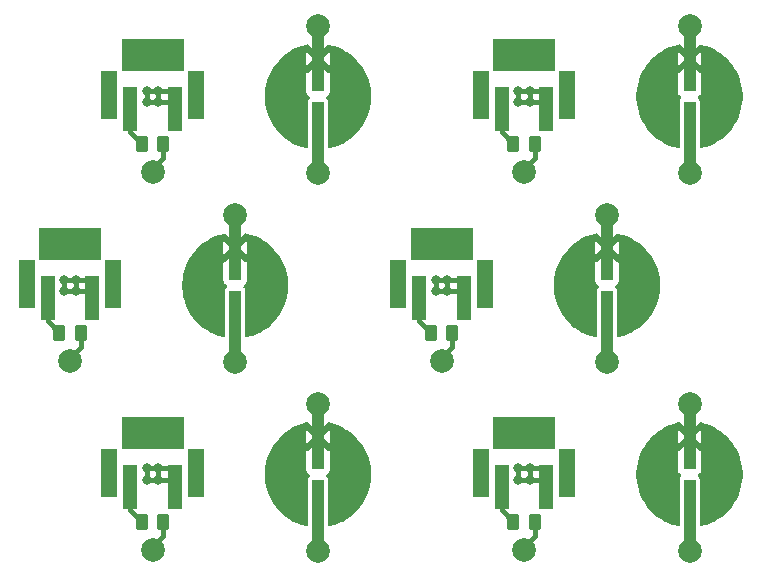
<source format=gbr>
%TF.GenerationSoftware,KiCad,Pcbnew,9.0.2*%
%TF.CreationDate,2025-08-05T01:23:02+01:00*%
%TF.ProjectId,led_jewellery,6c65645f-6a65-4776-956c-6c6572792e6b,rev?*%
%TF.SameCoordinates,Original*%
%TF.FileFunction,Copper,L1,Top*%
%TF.FilePolarity,Positive*%
%FSLAX46Y46*%
G04 Gerber Fmt 4.6, Leading zero omitted, Abs format (unit mm)*
G04 Created by KiCad (PCBNEW 9.0.2) date 2025-08-05 01:23:02*
%MOMM*%
%LPD*%
G01*
G04 APERTURE LIST*
G04 Aperture macros list*
%AMRoundRect*
0 Rectangle with rounded corners*
0 $1 Rounding radius*
0 $2 $3 $4 $5 $6 $7 $8 $9 X,Y pos of 4 corners*
0 Add a 4 corners polygon primitive as box body*
4,1,4,$2,$3,$4,$5,$6,$7,$8,$9,$2,$3,0*
0 Add four circle primitives for the rounded corners*
1,1,$1+$1,$2,$3*
1,1,$1+$1,$4,$5*
1,1,$1+$1,$6,$7*
1,1,$1+$1,$8,$9*
0 Add four rect primitives between the rounded corners*
20,1,$1+$1,$2,$3,$4,$5,0*
20,1,$1+$1,$4,$5,$6,$7,0*
20,1,$1+$1,$6,$7,$8,$9,0*
20,1,$1+$1,$8,$9,$2,$3,0*%
G04 Aperture macros list end*
%TA.AperFunction,SMDPad,CuDef*%
%ADD10R,1.205000X3.760000*%
%TD*%
%TA.AperFunction,SMDPad,CuDef*%
%ADD11R,1.460000X4.190000*%
%TD*%
%TA.AperFunction,SMDPad,CuDef*%
%ADD12R,5.330000X2.790000*%
%TD*%
%TA.AperFunction,SMDPad,CuDef*%
%ADD13R,1.000000X5.500000*%
%TD*%
%TA.AperFunction,SMDPad,CuDef*%
%ADD14RoundRect,0.250000X-0.262500X-0.450000X0.262500X-0.450000X0.262500X0.450000X-0.262500X0.450000X0*%
%TD*%
%TA.AperFunction,ViaPad*%
%ADD15C,2.000000*%
%TD*%
%TA.AperFunction,ViaPad*%
%ADD16C,0.800000*%
%TD*%
%TA.AperFunction,Conductor*%
%ADD17C,0.400000*%
%TD*%
%TA.AperFunction,Conductor*%
%ADD18C,0.200000*%
%TD*%
G04 APERTURE END LIST*
D10*
%TO.P,SW6,1,A*%
%TO.N,/BAT+*%
X130870296Y-114953462D03*
%TO.P,SW6,2,B*%
%TO.N,Net-(SW1-B)*%
X127125296Y-114953462D03*
D11*
%TO.P,SW6,MP*%
%TO.N,N/C*%
X132647796Y-113773462D03*
D12*
X128997796Y-110358462D03*
D11*
X125347796Y-113773462D03*
%TD*%
D13*
%TO.P,D1,1,K*%
%TO.N,/BAT-*%
X104533871Y-94698773D03*
%TO.P,D1,2,A*%
%TO.N,/LED+*%
X104533871Y-101098773D03*
%TD*%
%TO.P,D1,1,K*%
%TO.N,/BAT-*%
X142997477Y-110698403D03*
%TO.P,D1,2,A*%
%TO.N,/LED+*%
X142997477Y-117098403D03*
%TD*%
D10*
%TO.P,SW3,1,A*%
%TO.N,/BAT+*%
X99406732Y-114953491D03*
%TO.P,SW3,2,B*%
%TO.N,Net-(SW1-B)*%
X95661732Y-114953491D03*
D11*
%TO.P,SW3,MP*%
%TO.N,N/C*%
X101184232Y-113773491D03*
D12*
X97534232Y-110358491D03*
D11*
X93884232Y-113773491D03*
%TD*%
D14*
%TO.P,R3,1*%
%TO.N,Net-(SW1-B)*%
X96621732Y-117898491D03*
%TO.P,R3,2*%
%TO.N,/LED+*%
X98446732Y-117898491D03*
%TD*%
%TO.P,R4,1*%
%TO.N,Net-(SW1-B)*%
X128085296Y-85898462D03*
%TO.P,R4,2*%
%TO.N,/LED+*%
X129910296Y-85898462D03*
%TD*%
D13*
%TO.P,D1,1,K*%
%TO.N,/BAT-*%
X111533913Y-78698432D03*
%TO.P,D1,2,A*%
%TO.N,/LED+*%
X111533913Y-85098432D03*
%TD*%
D14*
%TO.P,R6,1*%
%TO.N,Net-(SW1-B)*%
X128085296Y-117898462D03*
%TO.P,R6,2*%
%TO.N,/LED+*%
X129910296Y-117898462D03*
%TD*%
%TO.P,R5,1*%
%TO.N,Net-(SW1-B)*%
X121085254Y-101898803D03*
%TO.P,R5,2*%
%TO.N,/LED+*%
X122910254Y-101898803D03*
%TD*%
D13*
%TO.P,D1,1,K*%
%TO.N,/BAT-*%
X111533913Y-110698432D03*
%TO.P,D1,2,A*%
%TO.N,/LED+*%
X111533913Y-117098432D03*
%TD*%
D10*
%TO.P,SW2,1,A*%
%TO.N,/BAT+*%
X92406690Y-98953832D03*
%TO.P,SW2,2,B*%
%TO.N,Net-(SW1-B)*%
X88661690Y-98953832D03*
D11*
%TO.P,SW2,MP*%
%TO.N,N/C*%
X94184190Y-97773832D03*
D12*
X90534190Y-94358832D03*
D11*
X86884190Y-97773832D03*
%TD*%
D13*
%TO.P,D1,1,K*%
%TO.N,/BAT-*%
X135997435Y-94698744D03*
%TO.P,D1,2,A*%
%TO.N,/LED+*%
X135997435Y-101098744D03*
%TD*%
D10*
%TO.P,SW4,1,A*%
%TO.N,/BAT+*%
X130870296Y-82953462D03*
%TO.P,SW4,2,B*%
%TO.N,Net-(SW1-B)*%
X127125296Y-82953462D03*
D11*
%TO.P,SW4,MP*%
%TO.N,N/C*%
X132647796Y-81773462D03*
D12*
X128997796Y-78358462D03*
D11*
X125347796Y-81773462D03*
%TD*%
D14*
%TO.P,R2,1*%
%TO.N,Net-(SW1-B)*%
X89621690Y-101898832D03*
%TO.P,R2,2*%
%TO.N,/LED+*%
X91446690Y-101898832D03*
%TD*%
D13*
%TO.P,D1,1,K*%
%TO.N,/BAT-*%
X142997477Y-78698403D03*
%TO.P,D1,2,A*%
%TO.N,/LED+*%
X142997477Y-85098403D03*
%TD*%
D14*
%TO.P,R1,1*%
%TO.N,Net-(SW1-B)*%
X96621732Y-85898491D03*
%TO.P,R1,2*%
%TO.N,/LED+*%
X98446732Y-85898491D03*
%TD*%
D10*
%TO.P,SW1,1,A*%
%TO.N,/BAT+*%
X99406732Y-82953491D03*
%TO.P,SW1,2,B*%
%TO.N,Net-(SW1-B)*%
X95661732Y-82953491D03*
D11*
%TO.P,SW1,MP*%
%TO.N,N/C*%
X101184232Y-81773491D03*
D12*
X97534232Y-78358491D03*
D11*
X93884232Y-81773491D03*
%TD*%
D10*
%TO.P,SW5,1,A*%
%TO.N,/BAT+*%
X123870254Y-98953803D03*
%TO.P,SW5,2,B*%
%TO.N,Net-(SW1-B)*%
X120125254Y-98953803D03*
D11*
%TO.P,SW5,MP*%
%TO.N,N/C*%
X125647754Y-97773803D03*
D12*
X121997754Y-94358803D03*
D11*
X118347754Y-97773803D03*
%TD*%
D15*
%TO.N,/LED+*%
X142997478Y-88422403D03*
X90534190Y-104325832D03*
X111533914Y-120422432D03*
X128997796Y-88325462D03*
X111533914Y-88422432D03*
X135997436Y-104422744D03*
X104533872Y-104422773D03*
X97534232Y-88325491D03*
X97534232Y-120325491D03*
X128997796Y-120325462D03*
X121997754Y-104325803D03*
X142997478Y-120422403D03*
%TO.N,/BAT-*%
X142997478Y-107898403D03*
X111533914Y-107898432D03*
D16*
X108033871Y-97898773D03*
D15*
X111533914Y-75898432D03*
X135997436Y-91898744D03*
D16*
X108033913Y-81898432D03*
D15*
X104533872Y-91898773D03*
D16*
X115033913Y-81898432D03*
D15*
X142997478Y-75898403D03*
D16*
X146497477Y-81898403D03*
X108033913Y-113898432D03*
X132497435Y-97898744D03*
X139497435Y-97898744D03*
X139497477Y-113898403D03*
X101033871Y-97898773D03*
X146497477Y-113898403D03*
X115033913Y-113898432D03*
X139497477Y-81898403D03*
%TO.N,/BAT+*%
X129497796Y-82398462D03*
X90034190Y-97398832D03*
X97034232Y-82398491D03*
X98034232Y-81398491D03*
X122497754Y-98398803D03*
X98034232Y-82398491D03*
X128497796Y-82398462D03*
X129497796Y-81398462D03*
X97034232Y-81398491D03*
X122497754Y-97398803D03*
X121497754Y-97398803D03*
X98034232Y-113398491D03*
X128497796Y-114398462D03*
X129497796Y-114398462D03*
X128497796Y-81398462D03*
X121497754Y-98398803D03*
X97034232Y-113398491D03*
X90034190Y-98398832D03*
X91034190Y-97398832D03*
X91034190Y-98398832D03*
X97034232Y-114398491D03*
X129497796Y-113398462D03*
X128497796Y-113398462D03*
X98034232Y-114398491D03*
%TD*%
D17*
%TO.N,Net-(SW1-B)*%
X127125296Y-114953462D02*
X127125296Y-116938462D01*
X127125296Y-82953462D02*
X127125296Y-84938462D01*
X120125254Y-98953803D02*
X120125254Y-100938803D01*
X95661732Y-82953491D02*
X95661732Y-84938491D01*
X120125254Y-100938803D02*
X121085254Y-101898803D01*
X127125296Y-84938462D02*
X128085296Y-85898462D01*
X88661690Y-100938832D02*
X89621690Y-101898832D01*
X95661732Y-114953491D02*
X95661732Y-116938491D01*
X95661732Y-84938491D02*
X96621732Y-85898491D01*
X127125296Y-116938462D02*
X128085296Y-117898462D01*
X88661690Y-98953832D02*
X88661690Y-100938832D01*
X95661732Y-116938491D02*
X96621732Y-117898491D01*
%TO.N,/LED+*%
X129910296Y-85898462D02*
X129910296Y-87085962D01*
X98446732Y-119085991D02*
X97534232Y-119998491D01*
X91446690Y-103086332D02*
X90534190Y-103998832D01*
D18*
X142997478Y-83898403D02*
X142997478Y-86398403D01*
D17*
X91446690Y-101898832D02*
X91446690Y-103086332D01*
D18*
X111533914Y-115898432D02*
X111533914Y-118398432D01*
D17*
X129910296Y-119085962D02*
X128997796Y-119998462D01*
X122910254Y-103086303D02*
X121997754Y-103998803D01*
X121997754Y-103998803D02*
X121997754Y-104325803D01*
X90534190Y-103998832D02*
X90534190Y-104325832D01*
X129910296Y-117898462D02*
X129910296Y-119085962D01*
X97534232Y-87998491D02*
X97534232Y-88325491D01*
D18*
X135997436Y-99898744D02*
X135997436Y-102398744D01*
D17*
X98446732Y-87085991D02*
X97534232Y-87998491D01*
X128997796Y-119998462D02*
X128997796Y-120325462D01*
D18*
X111533914Y-83898432D02*
X111533914Y-86398432D01*
D17*
X128997796Y-87998462D02*
X128997796Y-88325462D01*
X122910254Y-101898803D02*
X122910254Y-103086303D01*
X98446732Y-117898491D02*
X98446732Y-119085991D01*
X129910296Y-87085962D02*
X128997796Y-87998462D01*
X97534232Y-119998491D02*
X97534232Y-120325491D01*
D18*
X104533872Y-99898773D02*
X104533872Y-102398773D01*
X142997478Y-115898403D02*
X142997478Y-118398403D01*
D17*
X98446732Y-85898491D02*
X98446732Y-87085991D01*
%TO.N,/BAT+*%
X129497796Y-114398462D02*
X129497796Y-113398462D01*
X97034232Y-113398491D02*
X97034232Y-114398491D01*
X99034232Y-114398491D02*
X98034232Y-114398491D01*
X130497796Y-83398462D02*
X130747796Y-83148462D01*
X130870296Y-114770962D02*
X130497796Y-114398462D01*
X123497754Y-98398803D02*
X122497754Y-98398803D01*
X99284232Y-81398491D02*
X98034232Y-81398491D01*
X129497796Y-82398462D02*
X129497796Y-81398462D01*
X98034232Y-113398491D02*
X97034232Y-113398491D01*
X91034190Y-97398832D02*
X90034190Y-97398832D01*
X130870296Y-114953462D02*
X130870296Y-114770962D01*
X129497796Y-113398462D02*
X128497796Y-113398462D01*
X99284232Y-83148491D02*
X99284232Y-81398491D01*
X123870254Y-98953803D02*
X123870254Y-98771303D01*
X130870296Y-82770962D02*
X130497796Y-82398462D01*
X99406732Y-82953491D02*
X99406732Y-82770991D01*
X99034232Y-82398491D02*
X98034232Y-82398491D01*
X129497796Y-81398462D02*
X128497796Y-81398462D01*
X130747796Y-115148462D02*
X130747796Y-113398462D01*
X92284190Y-99148832D02*
X92284190Y-97398832D01*
X90034190Y-97398832D02*
X90034190Y-98398832D01*
X99406732Y-114953491D02*
X99406732Y-114770991D01*
X130747796Y-81398462D02*
X129497796Y-81398462D01*
X128497796Y-114398462D02*
X129497796Y-114398462D01*
X130747796Y-83148462D02*
X130747796Y-81398462D01*
X91034190Y-98398832D02*
X91034190Y-97398832D01*
X98034232Y-114398491D02*
X98034232Y-113398491D01*
X99034232Y-115398491D02*
X99284232Y-115148491D01*
X98034232Y-81398491D02*
X97034232Y-81398491D01*
X99034232Y-83398491D02*
X99284232Y-83148491D01*
X92034190Y-99398832D02*
X92284190Y-99148832D01*
X130747796Y-113398462D02*
X129497796Y-113398462D01*
X92284190Y-97398832D02*
X91034190Y-97398832D01*
X92406690Y-98771332D02*
X92034190Y-98398832D01*
X92034190Y-98398832D02*
X91034190Y-98398832D01*
X130497796Y-114398462D02*
X129497796Y-114398462D01*
X97034232Y-81398491D02*
X97034232Y-82398491D01*
X123747754Y-99148803D02*
X123747754Y-97398803D01*
X123870254Y-98771303D02*
X123497754Y-98398803D01*
X123747754Y-97398803D02*
X122497754Y-97398803D01*
X99406732Y-82770991D02*
X99034232Y-82398491D01*
X128497796Y-82398462D02*
X129497796Y-82398462D01*
X97034232Y-82398491D02*
X98034232Y-82398491D01*
X99284232Y-115148491D02*
X99284232Y-113398491D01*
X130497796Y-115398462D02*
X130747796Y-115148462D01*
X130870296Y-82953462D02*
X130870296Y-82770962D01*
X123497754Y-99398803D02*
X123747754Y-99148803D01*
X99406732Y-114770991D02*
X99034232Y-114398491D01*
X128497796Y-113398462D02*
X128497796Y-114398462D01*
X121497754Y-97398803D02*
X121497754Y-98398803D01*
X122497754Y-98398803D02*
X122497754Y-97398803D01*
X92406690Y-98953832D02*
X92406690Y-98771332D01*
X122497754Y-97398803D02*
X121497754Y-97398803D01*
X98034232Y-82398491D02*
X98034232Y-81398491D01*
X99284232Y-113398491D02*
X98034232Y-113398491D01*
X97034232Y-114398491D02*
X98034232Y-114398491D01*
X130497796Y-82398462D02*
X129497796Y-82398462D01*
X121497754Y-98398803D02*
X122497754Y-98398803D01*
X90034190Y-98398832D02*
X91034190Y-98398832D01*
X128497796Y-81398462D02*
X128497796Y-82398462D01*
%TD*%
%TA.AperFunction,Conductor*%
%TO.N,/BAT-*%
G36*
X136971414Y-93505412D02*
G01*
X137345395Y-93605620D01*
X137355681Y-93608863D01*
X137714437Y-93739439D01*
X137724409Y-93743570D01*
X138070403Y-93904909D01*
X138079989Y-93909900D01*
X138410593Y-94100774D01*
X138419712Y-94106583D01*
X138732424Y-94325547D01*
X138741006Y-94332132D01*
X139033451Y-94577522D01*
X139041426Y-94584831D01*
X139311347Y-94854752D01*
X139318656Y-94862727D01*
X139564046Y-95155172D01*
X139570631Y-95163754D01*
X139789595Y-95476466D01*
X139795407Y-95485590D01*
X139986276Y-95816185D01*
X139991271Y-95825780D01*
X140152603Y-96171758D01*
X140156743Y-96181752D01*
X140287310Y-96540479D01*
X140290563Y-96550796D01*
X140389368Y-96919541D01*
X140391709Y-96930103D01*
X140457996Y-97306044D01*
X140459408Y-97316768D01*
X140492680Y-97697061D01*
X140493152Y-97707869D01*
X140493152Y-98089618D01*
X140492680Y-98100426D01*
X140459408Y-98480719D01*
X140457996Y-98491443D01*
X140391709Y-98867384D01*
X140389368Y-98877946D01*
X140290563Y-99246691D01*
X140287310Y-99257008D01*
X140156743Y-99615735D01*
X140152603Y-99625729D01*
X139991271Y-99971707D01*
X139986276Y-99981302D01*
X139795407Y-100311897D01*
X139789595Y-100321021D01*
X139570631Y-100633733D01*
X139564046Y-100642315D01*
X139318656Y-100934760D01*
X139311347Y-100942735D01*
X139041426Y-101212656D01*
X139033451Y-101219965D01*
X138741006Y-101465355D01*
X138732424Y-101471940D01*
X138419712Y-101690904D01*
X138410588Y-101696716D01*
X138079993Y-101887585D01*
X138070398Y-101892580D01*
X137724420Y-102053912D01*
X137714426Y-102058052D01*
X137355700Y-102188618D01*
X137345382Y-102191871D01*
X137004028Y-102283336D01*
X136934179Y-102281673D01*
X136876316Y-102242510D01*
X136848812Y-102178282D01*
X136847935Y-102163561D01*
X136847935Y-98315483D01*
X136838008Y-98247352D01*
X136838008Y-98247351D01*
X136786633Y-98142261D01*
X136786631Y-98142259D01*
X136786631Y-98142258D01*
X136724589Y-98080216D01*
X136691104Y-98018893D01*
X136696088Y-97949201D01*
X136737959Y-97893268D01*
X136854625Y-97805930D01*
X136940785Y-97690837D01*
X136940789Y-97690830D01*
X136991031Y-97556123D01*
X136991033Y-97556116D01*
X136997434Y-97496588D01*
X136997435Y-97496571D01*
X136997435Y-95958744D01*
X136978094Y-95950733D01*
X136977013Y-95951324D01*
X136907321Y-95946338D01*
X136862977Y-95917838D01*
X135997435Y-95052296D01*
X135131892Y-95917838D01*
X135070569Y-95951323D01*
X135023481Y-95947955D01*
X134997435Y-95958744D01*
X134997435Y-97496588D01*
X135003836Y-97556116D01*
X135003838Y-97556123D01*
X135054080Y-97690830D01*
X135054084Y-97690837D01*
X135140244Y-97805931D01*
X135256911Y-97893269D01*
X135298781Y-97949203D01*
X135303765Y-98018894D01*
X135270281Y-98080216D01*
X135208237Y-98142260D01*
X135156861Y-98247352D01*
X135146935Y-98315483D01*
X135146935Y-102163561D01*
X135127250Y-102230600D01*
X135074446Y-102276355D01*
X135005288Y-102286299D01*
X134990841Y-102283336D01*
X134649485Y-102191870D01*
X134639169Y-102188617D01*
X134280449Y-102058054D01*
X134270454Y-102053914D01*
X134270450Y-102053912D01*
X133924465Y-101892576D01*
X133914877Y-101887585D01*
X133584271Y-101696710D01*
X133575165Y-101690910D01*
X133262445Y-101471940D01*
X133253863Y-101465355D01*
X132961418Y-101219965D01*
X132953443Y-101212656D01*
X132683522Y-100942735D01*
X132676213Y-100934760D01*
X132430823Y-100642315D01*
X132424238Y-100633733D01*
X132205264Y-100321007D01*
X132199471Y-100311913D01*
X132008587Y-99981289D01*
X132003606Y-99971722D01*
X131842258Y-99625710D01*
X131838130Y-99615744D01*
X131707558Y-99256997D01*
X131704313Y-99246708D01*
X131605499Y-98877933D01*
X131603163Y-98867395D01*
X131536872Y-98491442D01*
X131535461Y-98480718D01*
X131502190Y-98100426D01*
X131501718Y-98089619D01*
X131501718Y-97707868D01*
X131502190Y-97697061D01*
X131502735Y-97690830D01*
X131535461Y-97316765D01*
X131536873Y-97306044D01*
X131603164Y-96930087D01*
X131605498Y-96919558D01*
X131704315Y-96550772D01*
X131707555Y-96540496D01*
X131838133Y-96181735D01*
X131842254Y-96171785D01*
X132003610Y-95825756D01*
X132008581Y-95816207D01*
X132199478Y-95485563D01*
X132205257Y-95476490D01*
X132297193Y-95345192D01*
X134997435Y-95345192D01*
X135643883Y-94698744D01*
X135643883Y-94698743D01*
X136350987Y-94698743D01*
X136350987Y-94698744D01*
X136997434Y-95345192D01*
X136997435Y-95345191D01*
X136997435Y-94052296D01*
X136997434Y-94052295D01*
X136350987Y-94698743D01*
X135643883Y-94698743D01*
X134997435Y-94052295D01*
X134997435Y-95345192D01*
X132297193Y-95345192D01*
X132424247Y-95163741D01*
X132430813Y-95155184D01*
X132676224Y-94862714D01*
X132683511Y-94854763D01*
X132953454Y-94584820D01*
X132961405Y-94577533D01*
X133253875Y-94332122D01*
X133262432Y-94325556D01*
X133575181Y-94106566D01*
X133584254Y-94100787D01*
X133914898Y-93909890D01*
X133924447Y-93904919D01*
X134270476Y-93743563D01*
X134280426Y-93739442D01*
X134639188Y-93608863D01*
X134649464Y-93605623D01*
X135023458Y-93505412D01*
X135137539Y-93485296D01*
X135997434Y-94345191D01*
X136857330Y-93485295D01*
X136971414Y-93505412D01*
G37*
%TD.AperFunction*%
%TD*%
%TA.AperFunction,Conductor*%
%TO.N,/BAT-*%
G36*
X143971456Y-109505071D02*
G01*
X144345437Y-109605279D01*
X144355723Y-109608522D01*
X144714479Y-109739098D01*
X144724451Y-109743229D01*
X145070445Y-109904568D01*
X145080031Y-109909559D01*
X145410635Y-110100433D01*
X145419754Y-110106242D01*
X145732466Y-110325206D01*
X145741048Y-110331791D01*
X146033493Y-110577181D01*
X146041468Y-110584490D01*
X146311389Y-110854411D01*
X146318698Y-110862386D01*
X146564088Y-111154831D01*
X146570673Y-111163413D01*
X146789637Y-111476125D01*
X146795449Y-111485249D01*
X146986318Y-111815844D01*
X146991313Y-111825439D01*
X147152645Y-112171417D01*
X147156785Y-112181411D01*
X147287352Y-112540138D01*
X147290605Y-112550455D01*
X147389410Y-112919200D01*
X147391751Y-112929762D01*
X147458038Y-113305703D01*
X147459450Y-113316427D01*
X147492722Y-113696720D01*
X147493194Y-113707528D01*
X147493194Y-114089277D01*
X147492722Y-114100085D01*
X147459450Y-114480378D01*
X147458038Y-114491102D01*
X147391751Y-114867043D01*
X147389410Y-114877605D01*
X147290605Y-115246350D01*
X147287352Y-115256667D01*
X147156785Y-115615394D01*
X147152645Y-115625388D01*
X146991313Y-115971366D01*
X146986318Y-115980961D01*
X146795449Y-116311556D01*
X146789637Y-116320680D01*
X146570673Y-116633392D01*
X146564088Y-116641974D01*
X146318698Y-116934419D01*
X146311389Y-116942394D01*
X146041468Y-117212315D01*
X146033493Y-117219624D01*
X145741048Y-117465014D01*
X145732466Y-117471599D01*
X145419754Y-117690563D01*
X145410630Y-117696375D01*
X145080035Y-117887244D01*
X145070440Y-117892239D01*
X144724462Y-118053571D01*
X144714468Y-118057711D01*
X144355742Y-118188277D01*
X144345424Y-118191530D01*
X144004070Y-118282995D01*
X143934221Y-118281332D01*
X143876358Y-118242169D01*
X143848854Y-118177941D01*
X143847977Y-118163220D01*
X143847977Y-114315142D01*
X143838050Y-114247011D01*
X143838050Y-114247010D01*
X143786675Y-114141920D01*
X143786673Y-114141918D01*
X143786673Y-114141917D01*
X143724631Y-114079875D01*
X143691146Y-114018552D01*
X143696130Y-113948860D01*
X143738001Y-113892927D01*
X143854667Y-113805589D01*
X143940827Y-113690496D01*
X143940831Y-113690489D01*
X143991073Y-113555782D01*
X143991075Y-113555775D01*
X143997476Y-113496247D01*
X143997477Y-113496230D01*
X143997477Y-111958403D01*
X143978136Y-111950392D01*
X143977055Y-111950983D01*
X143907363Y-111945997D01*
X143863019Y-111917497D01*
X142997477Y-111051955D01*
X142131934Y-111917497D01*
X142070611Y-111950982D01*
X142023523Y-111947614D01*
X141997477Y-111958403D01*
X141997477Y-113496247D01*
X142003878Y-113555775D01*
X142003880Y-113555782D01*
X142054122Y-113690489D01*
X142054126Y-113690496D01*
X142140286Y-113805590D01*
X142256953Y-113892928D01*
X142298823Y-113948862D01*
X142303807Y-114018553D01*
X142270323Y-114079875D01*
X142208279Y-114141919D01*
X142156903Y-114247011D01*
X142146977Y-114315142D01*
X142146977Y-118163220D01*
X142127292Y-118230259D01*
X142074488Y-118276014D01*
X142005330Y-118285958D01*
X141990883Y-118282995D01*
X141649527Y-118191529D01*
X141639211Y-118188276D01*
X141280491Y-118057713D01*
X141270496Y-118053573D01*
X141270492Y-118053571D01*
X140924507Y-117892235D01*
X140914919Y-117887244D01*
X140584313Y-117696369D01*
X140575207Y-117690569D01*
X140262487Y-117471599D01*
X140253905Y-117465014D01*
X139961460Y-117219624D01*
X139953485Y-117212315D01*
X139683564Y-116942394D01*
X139676255Y-116934419D01*
X139430865Y-116641974D01*
X139424280Y-116633392D01*
X139205306Y-116320666D01*
X139199513Y-116311572D01*
X139008629Y-115980948D01*
X139003648Y-115971381D01*
X138842300Y-115625369D01*
X138838172Y-115615403D01*
X138707600Y-115256656D01*
X138704355Y-115246367D01*
X138605541Y-114877592D01*
X138603205Y-114867054D01*
X138536914Y-114491101D01*
X138535503Y-114480377D01*
X138502232Y-114100085D01*
X138501760Y-114089278D01*
X138501760Y-113707527D01*
X138502232Y-113696720D01*
X138502777Y-113690489D01*
X138535503Y-113316424D01*
X138536915Y-113305703D01*
X138603206Y-112929746D01*
X138605540Y-112919217D01*
X138704357Y-112550431D01*
X138707597Y-112540155D01*
X138838175Y-112181394D01*
X138842296Y-112171444D01*
X139003652Y-111825415D01*
X139008623Y-111815866D01*
X139199520Y-111485222D01*
X139205299Y-111476149D01*
X139297235Y-111344851D01*
X141997477Y-111344851D01*
X142643925Y-110698403D01*
X142643925Y-110698402D01*
X143351029Y-110698402D01*
X143351029Y-110698403D01*
X143997476Y-111344851D01*
X143997477Y-111344850D01*
X143997477Y-110051955D01*
X143997476Y-110051954D01*
X143351029Y-110698402D01*
X142643925Y-110698402D01*
X141997477Y-110051954D01*
X141997477Y-111344851D01*
X139297235Y-111344851D01*
X139424289Y-111163400D01*
X139430855Y-111154843D01*
X139676266Y-110862373D01*
X139683553Y-110854422D01*
X139953496Y-110584479D01*
X139961447Y-110577192D01*
X140253917Y-110331781D01*
X140262474Y-110325215D01*
X140575223Y-110106225D01*
X140584296Y-110100446D01*
X140914940Y-109909549D01*
X140924489Y-109904578D01*
X141270518Y-109743222D01*
X141280468Y-109739101D01*
X141639230Y-109608522D01*
X141649506Y-109605282D01*
X142023500Y-109505071D01*
X142137581Y-109484955D01*
X142997476Y-110344850D01*
X143857372Y-109484954D01*
X143971456Y-109505071D01*
G37*
%TD.AperFunction*%
%TD*%
%TA.AperFunction,Conductor*%
%TO.N,/BAT-*%
G36*
X112507892Y-109505100D02*
G01*
X112881873Y-109605308D01*
X112892159Y-109608551D01*
X113250915Y-109739127D01*
X113260887Y-109743258D01*
X113606881Y-109904597D01*
X113616467Y-109909588D01*
X113947071Y-110100462D01*
X113956190Y-110106271D01*
X114268902Y-110325235D01*
X114277484Y-110331820D01*
X114569929Y-110577210D01*
X114577904Y-110584519D01*
X114847825Y-110854440D01*
X114855134Y-110862415D01*
X115100524Y-111154860D01*
X115107109Y-111163442D01*
X115326073Y-111476154D01*
X115331885Y-111485278D01*
X115522754Y-111815873D01*
X115527749Y-111825468D01*
X115689081Y-112171446D01*
X115693221Y-112181440D01*
X115823788Y-112540167D01*
X115827041Y-112550484D01*
X115925846Y-112919229D01*
X115928187Y-112929791D01*
X115994474Y-113305732D01*
X115995886Y-113316456D01*
X116029158Y-113696749D01*
X116029630Y-113707557D01*
X116029630Y-114089306D01*
X116029158Y-114100114D01*
X115995886Y-114480407D01*
X115994474Y-114491131D01*
X115928187Y-114867072D01*
X115925846Y-114877634D01*
X115827041Y-115246379D01*
X115823788Y-115256696D01*
X115693221Y-115615423D01*
X115689081Y-115625417D01*
X115527749Y-115971395D01*
X115522754Y-115980990D01*
X115331885Y-116311585D01*
X115326073Y-116320709D01*
X115107109Y-116633421D01*
X115100524Y-116642003D01*
X114855134Y-116934448D01*
X114847825Y-116942423D01*
X114577904Y-117212344D01*
X114569929Y-117219653D01*
X114277484Y-117465043D01*
X114268902Y-117471628D01*
X113956190Y-117690592D01*
X113947066Y-117696404D01*
X113616471Y-117887273D01*
X113606876Y-117892268D01*
X113260898Y-118053600D01*
X113250904Y-118057740D01*
X112892178Y-118188306D01*
X112881860Y-118191559D01*
X112540506Y-118283024D01*
X112470657Y-118281361D01*
X112412794Y-118242198D01*
X112385290Y-118177970D01*
X112384413Y-118163249D01*
X112384413Y-114315171D01*
X112374486Y-114247040D01*
X112374486Y-114247039D01*
X112323111Y-114141949D01*
X112323109Y-114141947D01*
X112323109Y-114141946D01*
X112261067Y-114079904D01*
X112227582Y-114018581D01*
X112232566Y-113948889D01*
X112274437Y-113892956D01*
X112391103Y-113805618D01*
X112477263Y-113690525D01*
X112477267Y-113690518D01*
X112527509Y-113555811D01*
X112527511Y-113555804D01*
X112533912Y-113496276D01*
X112533913Y-113496259D01*
X112533913Y-111958432D01*
X112514572Y-111950421D01*
X112513491Y-111951012D01*
X112443799Y-111946026D01*
X112399455Y-111917526D01*
X111533913Y-111051984D01*
X110668370Y-111917526D01*
X110607047Y-111951011D01*
X110559959Y-111947643D01*
X110533913Y-111958432D01*
X110533913Y-113496276D01*
X110540314Y-113555804D01*
X110540316Y-113555811D01*
X110590558Y-113690518D01*
X110590562Y-113690525D01*
X110676722Y-113805619D01*
X110793389Y-113892957D01*
X110835259Y-113948891D01*
X110840243Y-114018582D01*
X110806759Y-114079904D01*
X110744715Y-114141948D01*
X110693339Y-114247040D01*
X110683413Y-114315171D01*
X110683413Y-118163249D01*
X110663728Y-118230288D01*
X110610924Y-118276043D01*
X110541766Y-118285987D01*
X110527319Y-118283024D01*
X110185963Y-118191558D01*
X110175647Y-118188305D01*
X109816927Y-118057742D01*
X109806932Y-118053602D01*
X109806928Y-118053600D01*
X109460943Y-117892264D01*
X109451355Y-117887273D01*
X109120749Y-117696398D01*
X109111643Y-117690598D01*
X108798923Y-117471628D01*
X108790341Y-117465043D01*
X108497896Y-117219653D01*
X108489921Y-117212344D01*
X108220000Y-116942423D01*
X108212691Y-116934448D01*
X107967301Y-116642003D01*
X107960716Y-116633421D01*
X107741742Y-116320695D01*
X107735949Y-116311601D01*
X107545065Y-115980977D01*
X107540084Y-115971410D01*
X107378736Y-115625398D01*
X107374608Y-115615432D01*
X107244036Y-115256685D01*
X107240791Y-115246396D01*
X107141977Y-114877621D01*
X107139641Y-114867083D01*
X107073350Y-114491130D01*
X107071939Y-114480406D01*
X107038668Y-114100114D01*
X107038196Y-114089307D01*
X107038196Y-113707556D01*
X107038668Y-113696749D01*
X107039213Y-113690518D01*
X107071939Y-113316453D01*
X107073351Y-113305732D01*
X107139642Y-112929775D01*
X107141976Y-112919246D01*
X107240793Y-112550460D01*
X107244033Y-112540184D01*
X107374611Y-112181423D01*
X107378732Y-112171473D01*
X107540088Y-111825444D01*
X107545059Y-111815895D01*
X107735956Y-111485251D01*
X107741735Y-111476178D01*
X107833671Y-111344880D01*
X110533913Y-111344880D01*
X111180361Y-110698432D01*
X111180361Y-110698431D01*
X111887465Y-110698431D01*
X111887465Y-110698432D01*
X112533912Y-111344880D01*
X112533913Y-111344879D01*
X112533913Y-110051984D01*
X112533912Y-110051983D01*
X111887465Y-110698431D01*
X111180361Y-110698431D01*
X110533913Y-110051983D01*
X110533913Y-111344880D01*
X107833671Y-111344880D01*
X107960725Y-111163429D01*
X107967291Y-111154872D01*
X108212702Y-110862402D01*
X108219989Y-110854451D01*
X108489932Y-110584508D01*
X108497883Y-110577221D01*
X108790353Y-110331810D01*
X108798910Y-110325244D01*
X109111659Y-110106254D01*
X109120732Y-110100475D01*
X109451376Y-109909578D01*
X109460925Y-109904607D01*
X109806954Y-109743251D01*
X109816904Y-109739130D01*
X110175666Y-109608551D01*
X110185942Y-109605311D01*
X110559936Y-109505100D01*
X110674017Y-109484984D01*
X111533912Y-110344879D01*
X112393808Y-109484983D01*
X112507892Y-109505100D01*
G37*
%TD.AperFunction*%
%TD*%
%TA.AperFunction,Conductor*%
%TO.N,/BAT-*%
G36*
X105507850Y-93505441D02*
G01*
X105881831Y-93605649D01*
X105892117Y-93608892D01*
X106250873Y-93739468D01*
X106260845Y-93743599D01*
X106606839Y-93904938D01*
X106616425Y-93909929D01*
X106947029Y-94100803D01*
X106956148Y-94106612D01*
X107268860Y-94325576D01*
X107277442Y-94332161D01*
X107569887Y-94577551D01*
X107577862Y-94584860D01*
X107847783Y-94854781D01*
X107855092Y-94862756D01*
X108100482Y-95155201D01*
X108107067Y-95163783D01*
X108326031Y-95476495D01*
X108331843Y-95485619D01*
X108522712Y-95816214D01*
X108527707Y-95825809D01*
X108689039Y-96171787D01*
X108693179Y-96181781D01*
X108823746Y-96540508D01*
X108826999Y-96550825D01*
X108925804Y-96919570D01*
X108928145Y-96930132D01*
X108994432Y-97306073D01*
X108995844Y-97316797D01*
X109029116Y-97697090D01*
X109029588Y-97707898D01*
X109029588Y-98089647D01*
X109029116Y-98100455D01*
X108995844Y-98480748D01*
X108994432Y-98491472D01*
X108928145Y-98867413D01*
X108925804Y-98877975D01*
X108826999Y-99246720D01*
X108823746Y-99257037D01*
X108693179Y-99615764D01*
X108689039Y-99625758D01*
X108527707Y-99971736D01*
X108522712Y-99981331D01*
X108331843Y-100311926D01*
X108326031Y-100321050D01*
X108107067Y-100633762D01*
X108100482Y-100642344D01*
X107855092Y-100934789D01*
X107847783Y-100942764D01*
X107577862Y-101212685D01*
X107569887Y-101219994D01*
X107277442Y-101465384D01*
X107268860Y-101471969D01*
X106956148Y-101690933D01*
X106947024Y-101696745D01*
X106616429Y-101887614D01*
X106606834Y-101892609D01*
X106260856Y-102053941D01*
X106250862Y-102058081D01*
X105892136Y-102188647D01*
X105881818Y-102191900D01*
X105540464Y-102283365D01*
X105470615Y-102281702D01*
X105412752Y-102242539D01*
X105385248Y-102178311D01*
X105384371Y-102163590D01*
X105384371Y-98315512D01*
X105374444Y-98247381D01*
X105374444Y-98247380D01*
X105323069Y-98142290D01*
X105323067Y-98142288D01*
X105323067Y-98142287D01*
X105261025Y-98080245D01*
X105227540Y-98018922D01*
X105232524Y-97949230D01*
X105274395Y-97893297D01*
X105391061Y-97805959D01*
X105477221Y-97690866D01*
X105477225Y-97690859D01*
X105527467Y-97556152D01*
X105527469Y-97556145D01*
X105533870Y-97496617D01*
X105533871Y-97496600D01*
X105533871Y-95958773D01*
X105514530Y-95950762D01*
X105513449Y-95951353D01*
X105443757Y-95946367D01*
X105399413Y-95917867D01*
X104533871Y-95052325D01*
X103668328Y-95917867D01*
X103607005Y-95951352D01*
X103559917Y-95947984D01*
X103533871Y-95958773D01*
X103533871Y-97496617D01*
X103540272Y-97556145D01*
X103540274Y-97556152D01*
X103590516Y-97690859D01*
X103590520Y-97690866D01*
X103676680Y-97805960D01*
X103793347Y-97893298D01*
X103835217Y-97949232D01*
X103840201Y-98018923D01*
X103806717Y-98080245D01*
X103744673Y-98142289D01*
X103693297Y-98247381D01*
X103683371Y-98315512D01*
X103683371Y-102163590D01*
X103663686Y-102230629D01*
X103610882Y-102276384D01*
X103541724Y-102286328D01*
X103527277Y-102283365D01*
X103185921Y-102191899D01*
X103175605Y-102188646D01*
X102816885Y-102058083D01*
X102806890Y-102053943D01*
X102806886Y-102053941D01*
X102460901Y-101892605D01*
X102451313Y-101887614D01*
X102120707Y-101696739D01*
X102111601Y-101690939D01*
X101798881Y-101471969D01*
X101790299Y-101465384D01*
X101497854Y-101219994D01*
X101489879Y-101212685D01*
X101219958Y-100942764D01*
X101212649Y-100934789D01*
X100967259Y-100642344D01*
X100960674Y-100633762D01*
X100741700Y-100321036D01*
X100735907Y-100311942D01*
X100545023Y-99981318D01*
X100540042Y-99971751D01*
X100378694Y-99625739D01*
X100374566Y-99615773D01*
X100243994Y-99257026D01*
X100240749Y-99246737D01*
X100141935Y-98877962D01*
X100139599Y-98867424D01*
X100073308Y-98491471D01*
X100071897Y-98480747D01*
X100038626Y-98100455D01*
X100038154Y-98089648D01*
X100038154Y-97707897D01*
X100038626Y-97697090D01*
X100039171Y-97690859D01*
X100071897Y-97316794D01*
X100073309Y-97306073D01*
X100139600Y-96930116D01*
X100141934Y-96919587D01*
X100240751Y-96550801D01*
X100243991Y-96540525D01*
X100374569Y-96181764D01*
X100378690Y-96171814D01*
X100540046Y-95825785D01*
X100545017Y-95816236D01*
X100735914Y-95485592D01*
X100741693Y-95476519D01*
X100833629Y-95345221D01*
X103533871Y-95345221D01*
X104180319Y-94698773D01*
X104180319Y-94698772D01*
X104887423Y-94698772D01*
X104887423Y-94698773D01*
X105533870Y-95345221D01*
X105533871Y-95345220D01*
X105533871Y-94052325D01*
X105533870Y-94052324D01*
X104887423Y-94698772D01*
X104180319Y-94698772D01*
X103533871Y-94052324D01*
X103533871Y-95345221D01*
X100833629Y-95345221D01*
X100960683Y-95163770D01*
X100967249Y-95155213D01*
X101212660Y-94862743D01*
X101219947Y-94854792D01*
X101489890Y-94584849D01*
X101497841Y-94577562D01*
X101790311Y-94332151D01*
X101798868Y-94325585D01*
X102111617Y-94106595D01*
X102120690Y-94100816D01*
X102451334Y-93909919D01*
X102460883Y-93904948D01*
X102806912Y-93743592D01*
X102816862Y-93739471D01*
X103175624Y-93608892D01*
X103185900Y-93605652D01*
X103559894Y-93505441D01*
X103673975Y-93485325D01*
X104533870Y-94345220D01*
X105393766Y-93485324D01*
X105507850Y-93505441D01*
G37*
%TD.AperFunction*%
%TD*%
%TA.AperFunction,Conductor*%
%TO.N,/BAT-*%
G36*
X143971456Y-77505071D02*
G01*
X144345437Y-77605279D01*
X144355723Y-77608522D01*
X144714479Y-77739098D01*
X144724451Y-77743229D01*
X145070445Y-77904568D01*
X145080031Y-77909559D01*
X145410635Y-78100433D01*
X145419754Y-78106242D01*
X145732466Y-78325206D01*
X145741048Y-78331791D01*
X146033493Y-78577181D01*
X146041468Y-78584490D01*
X146311389Y-78854411D01*
X146318698Y-78862386D01*
X146564088Y-79154831D01*
X146570673Y-79163413D01*
X146789637Y-79476125D01*
X146795449Y-79485249D01*
X146986318Y-79815844D01*
X146991313Y-79825439D01*
X147152645Y-80171417D01*
X147156785Y-80181411D01*
X147287352Y-80540138D01*
X147290605Y-80550455D01*
X147389410Y-80919200D01*
X147391751Y-80929762D01*
X147458038Y-81305703D01*
X147459450Y-81316427D01*
X147492722Y-81696720D01*
X147493194Y-81707528D01*
X147493194Y-82089277D01*
X147492722Y-82100085D01*
X147459450Y-82480378D01*
X147458038Y-82491102D01*
X147391751Y-82867043D01*
X147389410Y-82877605D01*
X147290605Y-83246350D01*
X147287352Y-83256667D01*
X147156785Y-83615394D01*
X147152645Y-83625388D01*
X146991313Y-83971366D01*
X146986318Y-83980961D01*
X146795449Y-84311556D01*
X146789637Y-84320680D01*
X146570673Y-84633392D01*
X146564088Y-84641974D01*
X146318698Y-84934419D01*
X146311389Y-84942394D01*
X146041468Y-85212315D01*
X146033493Y-85219624D01*
X145741048Y-85465014D01*
X145732466Y-85471599D01*
X145419754Y-85690563D01*
X145410630Y-85696375D01*
X145080035Y-85887244D01*
X145070440Y-85892239D01*
X144724462Y-86053571D01*
X144714468Y-86057711D01*
X144355742Y-86188277D01*
X144345424Y-86191530D01*
X144004070Y-86282995D01*
X143934221Y-86281332D01*
X143876358Y-86242169D01*
X143848854Y-86177941D01*
X143847977Y-86163220D01*
X143847977Y-82315142D01*
X143838050Y-82247011D01*
X143838050Y-82247010D01*
X143786675Y-82141920D01*
X143786673Y-82141918D01*
X143786673Y-82141917D01*
X143724631Y-82079875D01*
X143691146Y-82018552D01*
X143696130Y-81948860D01*
X143738001Y-81892927D01*
X143854667Y-81805589D01*
X143940827Y-81690496D01*
X143940831Y-81690489D01*
X143991073Y-81555782D01*
X143991075Y-81555775D01*
X143997476Y-81496247D01*
X143997477Y-81496230D01*
X143997477Y-79958403D01*
X143978136Y-79950392D01*
X143977055Y-79950983D01*
X143907363Y-79945997D01*
X143863019Y-79917497D01*
X142997477Y-79051955D01*
X142131934Y-79917497D01*
X142070611Y-79950982D01*
X142023523Y-79947614D01*
X141997477Y-79958403D01*
X141997477Y-81496247D01*
X142003878Y-81555775D01*
X142003880Y-81555782D01*
X142054122Y-81690489D01*
X142054126Y-81690496D01*
X142140286Y-81805590D01*
X142256953Y-81892928D01*
X142298823Y-81948862D01*
X142303807Y-82018553D01*
X142270323Y-82079875D01*
X142208279Y-82141919D01*
X142156903Y-82247011D01*
X142146977Y-82315142D01*
X142146977Y-86163220D01*
X142127292Y-86230259D01*
X142074488Y-86276014D01*
X142005330Y-86285958D01*
X141990883Y-86282995D01*
X141649527Y-86191529D01*
X141639211Y-86188276D01*
X141280491Y-86057713D01*
X141270496Y-86053573D01*
X141270492Y-86053571D01*
X140924507Y-85892235D01*
X140914919Y-85887244D01*
X140584313Y-85696369D01*
X140575207Y-85690569D01*
X140262487Y-85471599D01*
X140253905Y-85465014D01*
X139961460Y-85219624D01*
X139953485Y-85212315D01*
X139683564Y-84942394D01*
X139676255Y-84934419D01*
X139430865Y-84641974D01*
X139424280Y-84633392D01*
X139205306Y-84320666D01*
X139199513Y-84311572D01*
X139008629Y-83980948D01*
X139003648Y-83971381D01*
X138842300Y-83625369D01*
X138838172Y-83615403D01*
X138707600Y-83256656D01*
X138704355Y-83246367D01*
X138605541Y-82877592D01*
X138603205Y-82867054D01*
X138536914Y-82491101D01*
X138535503Y-82480377D01*
X138502232Y-82100085D01*
X138501760Y-82089278D01*
X138501760Y-81707527D01*
X138502232Y-81696720D01*
X138502777Y-81690489D01*
X138535503Y-81316424D01*
X138536915Y-81305703D01*
X138603206Y-80929746D01*
X138605540Y-80919217D01*
X138704357Y-80550431D01*
X138707597Y-80540155D01*
X138838175Y-80181394D01*
X138842296Y-80171444D01*
X139003652Y-79825415D01*
X139008623Y-79815866D01*
X139199520Y-79485222D01*
X139205299Y-79476149D01*
X139297235Y-79344851D01*
X141997477Y-79344851D01*
X142643925Y-78698403D01*
X142643925Y-78698402D01*
X143351029Y-78698402D01*
X143351029Y-78698403D01*
X143997476Y-79344851D01*
X143997477Y-79344850D01*
X143997477Y-78051955D01*
X143997476Y-78051954D01*
X143351029Y-78698402D01*
X142643925Y-78698402D01*
X141997477Y-78051954D01*
X141997477Y-79344851D01*
X139297235Y-79344851D01*
X139424289Y-79163400D01*
X139430855Y-79154843D01*
X139676266Y-78862373D01*
X139683553Y-78854422D01*
X139953496Y-78584479D01*
X139961447Y-78577192D01*
X140253917Y-78331781D01*
X140262474Y-78325215D01*
X140575223Y-78106225D01*
X140584296Y-78100446D01*
X140914940Y-77909549D01*
X140924489Y-77904578D01*
X141270518Y-77743222D01*
X141280468Y-77739101D01*
X141639230Y-77608522D01*
X141649506Y-77605282D01*
X142023500Y-77505071D01*
X142137581Y-77484955D01*
X142997476Y-78344850D01*
X143857372Y-77484954D01*
X143971456Y-77505071D01*
G37*
%TD.AperFunction*%
%TD*%
%TA.AperFunction,Conductor*%
%TO.N,/BAT-*%
G36*
X112507892Y-77505100D02*
G01*
X112881873Y-77605308D01*
X112892159Y-77608551D01*
X113250915Y-77739127D01*
X113260887Y-77743258D01*
X113606881Y-77904597D01*
X113616467Y-77909588D01*
X113947071Y-78100462D01*
X113956190Y-78106271D01*
X114268902Y-78325235D01*
X114277484Y-78331820D01*
X114569929Y-78577210D01*
X114577904Y-78584519D01*
X114847825Y-78854440D01*
X114855134Y-78862415D01*
X115100524Y-79154860D01*
X115107109Y-79163442D01*
X115326073Y-79476154D01*
X115331885Y-79485278D01*
X115522754Y-79815873D01*
X115527749Y-79825468D01*
X115689081Y-80171446D01*
X115693221Y-80181440D01*
X115823788Y-80540167D01*
X115827041Y-80550484D01*
X115925846Y-80919229D01*
X115928187Y-80929791D01*
X115994474Y-81305732D01*
X115995886Y-81316456D01*
X116029158Y-81696749D01*
X116029630Y-81707557D01*
X116029630Y-82089306D01*
X116029158Y-82100114D01*
X115995886Y-82480407D01*
X115994474Y-82491131D01*
X115928187Y-82867072D01*
X115925846Y-82877634D01*
X115827041Y-83246379D01*
X115823788Y-83256696D01*
X115693221Y-83615423D01*
X115689081Y-83625417D01*
X115527749Y-83971395D01*
X115522754Y-83980990D01*
X115331885Y-84311585D01*
X115326073Y-84320709D01*
X115107109Y-84633421D01*
X115100524Y-84642003D01*
X114855134Y-84934448D01*
X114847825Y-84942423D01*
X114577904Y-85212344D01*
X114569929Y-85219653D01*
X114277484Y-85465043D01*
X114268902Y-85471628D01*
X113956190Y-85690592D01*
X113947066Y-85696404D01*
X113616471Y-85887273D01*
X113606876Y-85892268D01*
X113260898Y-86053600D01*
X113250904Y-86057740D01*
X112892178Y-86188306D01*
X112881860Y-86191559D01*
X112540506Y-86283024D01*
X112470657Y-86281361D01*
X112412794Y-86242198D01*
X112385290Y-86177970D01*
X112384413Y-86163249D01*
X112384413Y-82315171D01*
X112374486Y-82247040D01*
X112374486Y-82247039D01*
X112323111Y-82141949D01*
X112323109Y-82141947D01*
X112323109Y-82141946D01*
X112261067Y-82079904D01*
X112227582Y-82018581D01*
X112232566Y-81948889D01*
X112274437Y-81892956D01*
X112391103Y-81805618D01*
X112477263Y-81690525D01*
X112477267Y-81690518D01*
X112527509Y-81555811D01*
X112527511Y-81555804D01*
X112533912Y-81496276D01*
X112533913Y-81496259D01*
X112533913Y-79958432D01*
X112514572Y-79950421D01*
X112513491Y-79951012D01*
X112443799Y-79946026D01*
X112399455Y-79917526D01*
X111533913Y-79051984D01*
X110668370Y-79917526D01*
X110607047Y-79951011D01*
X110559959Y-79947643D01*
X110533913Y-79958432D01*
X110533913Y-81496276D01*
X110540314Y-81555804D01*
X110540316Y-81555811D01*
X110590558Y-81690518D01*
X110590562Y-81690525D01*
X110676722Y-81805619D01*
X110793389Y-81892957D01*
X110835259Y-81948891D01*
X110840243Y-82018582D01*
X110806759Y-82079904D01*
X110744715Y-82141948D01*
X110693339Y-82247040D01*
X110683413Y-82315171D01*
X110683413Y-86163249D01*
X110663728Y-86230288D01*
X110610924Y-86276043D01*
X110541766Y-86285987D01*
X110527319Y-86283024D01*
X110185963Y-86191558D01*
X110175647Y-86188305D01*
X109816927Y-86057742D01*
X109806932Y-86053602D01*
X109806928Y-86053600D01*
X109460943Y-85892264D01*
X109451355Y-85887273D01*
X109120749Y-85696398D01*
X109111643Y-85690598D01*
X108798923Y-85471628D01*
X108790341Y-85465043D01*
X108497896Y-85219653D01*
X108489921Y-85212344D01*
X108220000Y-84942423D01*
X108212691Y-84934448D01*
X107967301Y-84642003D01*
X107960716Y-84633421D01*
X107741742Y-84320695D01*
X107735949Y-84311601D01*
X107545065Y-83980977D01*
X107540084Y-83971410D01*
X107378736Y-83625398D01*
X107374608Y-83615432D01*
X107244036Y-83256685D01*
X107240791Y-83246396D01*
X107141977Y-82877621D01*
X107139641Y-82867083D01*
X107073350Y-82491130D01*
X107071939Y-82480406D01*
X107038668Y-82100114D01*
X107038196Y-82089307D01*
X107038196Y-81707556D01*
X107038668Y-81696749D01*
X107039213Y-81690518D01*
X107071939Y-81316453D01*
X107073351Y-81305732D01*
X107139642Y-80929775D01*
X107141976Y-80919246D01*
X107240793Y-80550460D01*
X107244033Y-80540184D01*
X107374611Y-80181423D01*
X107378732Y-80171473D01*
X107540088Y-79825444D01*
X107545059Y-79815895D01*
X107735956Y-79485251D01*
X107741735Y-79476178D01*
X107833671Y-79344880D01*
X110533913Y-79344880D01*
X111180361Y-78698432D01*
X111180361Y-78698431D01*
X111887465Y-78698431D01*
X111887465Y-78698432D01*
X112533912Y-79344880D01*
X112533913Y-79344879D01*
X112533913Y-78051984D01*
X112533912Y-78051983D01*
X111887465Y-78698431D01*
X111180361Y-78698431D01*
X110533913Y-78051983D01*
X110533913Y-79344880D01*
X107833671Y-79344880D01*
X107960725Y-79163429D01*
X107967291Y-79154872D01*
X108212702Y-78862402D01*
X108219989Y-78854451D01*
X108489932Y-78584508D01*
X108497883Y-78577221D01*
X108790353Y-78331810D01*
X108798910Y-78325244D01*
X109111659Y-78106254D01*
X109120732Y-78100475D01*
X109451376Y-77909578D01*
X109460925Y-77904607D01*
X109806954Y-77743251D01*
X109816904Y-77739130D01*
X110175666Y-77608551D01*
X110185942Y-77605311D01*
X110559936Y-77505100D01*
X110674017Y-77484984D01*
X111533912Y-78344879D01*
X112393808Y-77484983D01*
X112507892Y-77505100D01*
G37*
%TD.AperFunction*%
%TD*%
M02*

</source>
